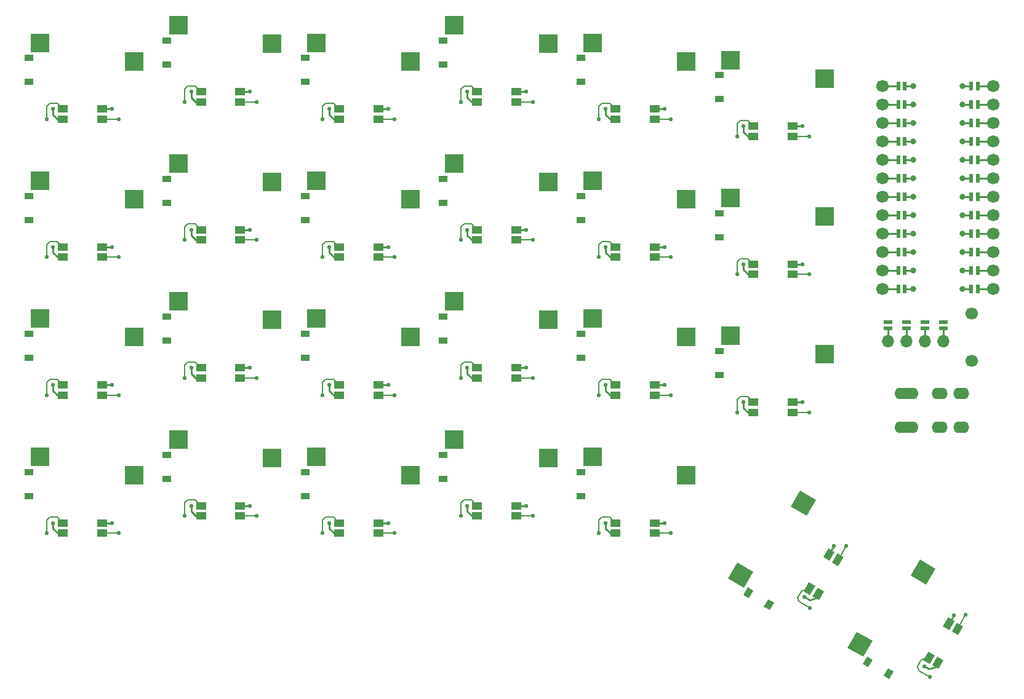
<source format=gtl>
G04 #@! TF.GenerationSoftware,KiCad,Pcbnew,8.0.8+1*
G04 #@! TF.CreationDate,2025-06-17T15:50:22+00:00*
G04 #@! TF.ProjectId,eggada50,65676761-6461-4353-902e-6b696361645f,0.2*
G04 #@! TF.SameCoordinates,Original*
G04 #@! TF.FileFunction,Copper,L1,Top*
G04 #@! TF.FilePolarity,Positive*
%FSLAX46Y46*%
G04 Gerber Fmt 4.6, Leading zero omitted, Abs format (unit mm)*
G04 Created by KiCad (PCBNEW 8.0.8+1) date 2025-06-17 15:50:22*
%MOMM*%
%LPD*%
G01*
G04 APERTURE LIST*
G04 #@! TA.AperFunction,SMDPad,CuDef*
%ADD10R,2.550000X2.500000*%
G04 #@! TD*
G04 #@! TA.AperFunction,SMDPad,CuDef*
%ADD11R,1.200000X0.900000*%
G04 #@! TD*
G04 #@! TA.AperFunction,ComponentPad*
%ADD12C,1.700000*%
G04 #@! TD*
G04 #@! TA.AperFunction,ComponentPad*
%ADD13C,0.800000*%
G04 #@! TD*
G04 #@! TA.AperFunction,SMDPad,CuDef*
%ADD14R,0.600000X1.200000*%
G04 #@! TD*
G04 #@! TA.AperFunction,SMDPad,CuDef*
%ADD15R,1.200000X0.600000*%
G04 #@! TD*
G04 #@! TA.AperFunction,ComponentPad*
%ADD16O,1.700000X1.700000*%
G04 #@! TD*
G04 #@! TA.AperFunction,ComponentPad*
%ADD17O,2.200000X1.600000*%
G04 #@! TD*
G04 #@! TA.AperFunction,ComponentPad*
%ADD18O,3.300000X1.600000*%
G04 #@! TD*
G04 #@! TA.AperFunction,SMDPad,CuDef*
%ADD19R,1.400000X1.000000*%
G04 #@! TD*
G04 #@! TA.AperFunction,ViaPad*
%ADD20C,0.560000*%
G04 #@! TD*
G04 #@! TA.AperFunction,Conductor*
%ADD21C,0.250000*%
G04 #@! TD*
G04 #@! TA.AperFunction,Conductor*
%ADD22C,0.150000*%
G04 #@! TD*
G04 APERTURE END LIST*
D10*
X107085000Y-97460000D03*
X94158000Y-94920000D03*
X107085000Y-78460000D03*
X94158000Y-75920000D03*
X107085000Y-59460000D03*
X94158000Y-56920000D03*
X107085000Y-40460000D03*
X94158000Y-37920000D03*
X126085000Y-95085000D03*
X113158000Y-92545000D03*
X126085000Y-76085000D03*
X113158000Y-73545000D03*
X126085000Y-57085000D03*
X113158000Y-54545000D03*
X126085000Y-38085000D03*
X113158000Y-35545000D03*
X145085000Y-97460000D03*
X132158000Y-94920000D03*
X145085000Y-78460000D03*
X132158000Y-75920000D03*
X145085000Y-59460000D03*
X132158000Y-56920000D03*
X145085000Y-40460000D03*
X132158000Y-37920000D03*
X164085000Y-95085000D03*
X151158000Y-92545000D03*
X164085000Y-76085000D03*
X151158000Y-73545000D03*
X164085000Y-57085000D03*
X151158000Y-54545000D03*
X164085000Y-38085000D03*
X151158000Y-35545000D03*
X183085000Y-97460000D03*
X170158000Y-94920000D03*
X183085000Y-78460000D03*
X170158000Y-75920000D03*
X183085000Y-59460000D03*
X170158000Y-56920000D03*
X183085000Y-40460000D03*
X170158000Y-37920000D03*
X202085000Y-80835000D03*
X189158000Y-78295000D03*
X202085000Y-61835000D03*
X189158000Y-59295000D03*
X202085000Y-42835000D03*
X189158000Y-40295000D03*
G04 #@! TA.AperFunction,SMDPad,CuDef*
G36*
X199637827Y-103063392D02*
G01*
X197472763Y-101813392D01*
X198747763Y-99605028D01*
X200912827Y-100855028D01*
X199637827Y-103063392D01*
G37*
G04 #@! TD.AperFunction*
G04 #@! TA.AperFunction,SMDPad,CuDef*
G36*
X190974623Y-112988502D02*
G01*
X188809559Y-111738502D01*
X190084559Y-109530138D01*
X192249623Y-110780138D01*
X190974623Y-112988502D01*
G37*
G04 #@! TD.AperFunction*
G04 #@! TA.AperFunction,SMDPad,CuDef*
G36*
X216092310Y-112563392D02*
G01*
X213927246Y-111313392D01*
X215202246Y-109105028D01*
X217367310Y-110355028D01*
X216092310Y-112563392D01*
G37*
G04 #@! TD.AperFunction*
G04 #@! TA.AperFunction,SMDPad,CuDef*
G36*
X207429106Y-122488502D02*
G01*
X205264042Y-121238502D01*
X206539042Y-119030138D01*
X208704106Y-120280138D01*
X207429106Y-122488502D01*
G37*
G04 #@! TD.AperFunction*
D11*
X92600000Y-100325000D03*
X92600000Y-97025000D03*
X92600000Y-81325000D03*
X92600000Y-78025000D03*
X92600000Y-62325000D03*
X92600000Y-59025000D03*
X92600000Y-43325000D03*
X92600000Y-40025000D03*
X111600000Y-97950000D03*
X111600000Y-94650000D03*
X111600000Y-78950000D03*
X111600000Y-75650000D03*
X111600000Y-59950000D03*
X111600000Y-56650000D03*
X111600000Y-40950000D03*
X111600000Y-37650000D03*
X130600000Y-100325000D03*
X130600000Y-97025000D03*
X130600000Y-81325000D03*
X130600000Y-78025000D03*
X130600000Y-62325000D03*
X130600000Y-59025000D03*
X130600000Y-43325000D03*
X130600000Y-40025000D03*
X149600000Y-97950000D03*
X149600000Y-94650000D03*
X149600000Y-78950000D03*
X149600000Y-75650000D03*
X149600000Y-59950000D03*
X149600000Y-56650000D03*
X149600000Y-40950000D03*
X149600000Y-37650000D03*
X168600000Y-100325000D03*
X168600000Y-97025000D03*
X168600000Y-81325000D03*
X168600000Y-78025000D03*
X168600000Y-62325000D03*
X168600000Y-59025000D03*
X168600000Y-43325000D03*
X168600000Y-40025000D03*
X187600000Y-83700000D03*
X187600000Y-80400000D03*
X187600000Y-64700000D03*
X187600000Y-61400000D03*
X187600000Y-45700000D03*
X187600000Y-42400000D03*
G04 #@! TA.AperFunction,SMDPad,CuDef*
G36*
X195121169Y-115016473D02*
G01*
X194521169Y-116055703D01*
X193741747Y-115605703D01*
X194341747Y-114566473D01*
X195121169Y-115016473D01*
G37*
G04 #@! TD.AperFunction*
G04 #@! TA.AperFunction,SMDPad,CuDef*
G36*
X192263285Y-113366473D02*
G01*
X191663285Y-114405703D01*
X190883863Y-113955703D01*
X191483863Y-112916473D01*
X192263285Y-113366473D01*
G37*
G04 #@! TD.AperFunction*
G04 #@! TA.AperFunction,SMDPad,CuDef*
G36*
X211575652Y-124516473D02*
G01*
X210975652Y-125555703D01*
X210196230Y-125105703D01*
X210796230Y-124066473D01*
X211575652Y-124516473D01*
G37*
G04 #@! TD.AperFunction*
G04 #@! TA.AperFunction,SMDPad,CuDef*
G36*
X208717768Y-122866473D02*
G01*
X208117768Y-123905703D01*
X207338346Y-123455703D01*
X207938346Y-122416473D01*
X208717768Y-122866473D01*
G37*
G04 #@! TD.AperFunction*
D12*
X210084000Y-43920000D03*
X225324000Y-43920000D03*
D13*
X214304000Y-43920000D03*
X221104000Y-43920000D03*
D14*
X212224000Y-43920000D03*
X213124000Y-43920000D03*
X222284000Y-43920000D03*
X223184000Y-43920000D03*
D12*
X210084000Y-46460000D03*
X225324000Y-46460000D03*
D13*
X214304000Y-46460000D03*
X221104000Y-46460000D03*
D14*
X212224000Y-46460000D03*
X213124000Y-46460000D03*
X222284000Y-46460000D03*
X223184000Y-46460000D03*
D12*
X210084000Y-49000000D03*
X225324000Y-49000000D03*
D13*
X214304000Y-49000000D03*
X221104000Y-49000000D03*
D14*
X212224000Y-49000000D03*
X213124000Y-49000000D03*
X222284000Y-49000000D03*
X223184000Y-49000000D03*
D12*
X210084000Y-51540000D03*
X225324000Y-51540000D03*
D13*
X214304000Y-51540000D03*
X221104000Y-51540000D03*
D14*
X212224000Y-51540000D03*
X213124000Y-51540000D03*
X222284000Y-51540000D03*
X223184000Y-51540000D03*
D12*
X210084000Y-54080000D03*
X225324000Y-54080000D03*
D13*
X214304000Y-54080000D03*
X221104000Y-54080000D03*
D14*
X212224000Y-54080000D03*
X213124000Y-54080000D03*
X222284000Y-54080000D03*
X223184000Y-54080000D03*
D12*
X210084000Y-56620000D03*
X225324000Y-56620000D03*
D13*
X214304000Y-56620000D03*
X221104000Y-56620000D03*
D14*
X212224000Y-56620000D03*
X213124000Y-56620000D03*
X222284000Y-56620000D03*
X223184000Y-56620000D03*
D12*
X210084000Y-59160000D03*
X225324000Y-59160000D03*
D13*
X214304000Y-59160000D03*
X221104000Y-59160000D03*
D14*
X212224000Y-59160000D03*
X213124000Y-59160000D03*
X222284000Y-59160000D03*
X223184000Y-59160000D03*
D12*
X210084000Y-61700000D03*
X225324000Y-61700000D03*
D13*
X214304000Y-61700000D03*
X221104000Y-61700000D03*
D14*
X212224000Y-61700000D03*
X213124000Y-61700000D03*
X222284000Y-61700000D03*
X223184000Y-61700000D03*
D12*
X210084000Y-64240000D03*
X225324000Y-64240000D03*
D13*
X214304000Y-64240000D03*
X221104000Y-64240000D03*
D14*
X212224000Y-64240000D03*
X213124000Y-64240000D03*
X222284000Y-64240000D03*
X223184000Y-64240000D03*
D12*
X210084000Y-66780000D03*
X225324000Y-66780000D03*
D13*
X214304000Y-66780000D03*
X221104000Y-66780000D03*
D14*
X212224000Y-66780000D03*
X213124000Y-66780000D03*
X222284000Y-66780000D03*
X223184000Y-66780000D03*
D12*
X210084000Y-69320000D03*
X225324000Y-69320000D03*
D13*
X214304000Y-69320000D03*
X221104000Y-69320000D03*
D14*
X212224000Y-69320000D03*
X213124000Y-69320000D03*
X222284000Y-69320000D03*
X223184000Y-69320000D03*
D12*
X210084000Y-71860000D03*
X225324000Y-71860000D03*
D13*
X214304000Y-71860000D03*
X221104000Y-71860000D03*
D14*
X212224000Y-71860000D03*
X213124000Y-71860000D03*
X222284000Y-71860000D03*
X223184000Y-71860000D03*
D15*
X210837000Y-76358000D03*
X213377000Y-76358000D03*
X215917000Y-76358000D03*
X218457000Y-76358000D03*
X210837000Y-77258000D03*
X213377000Y-77258000D03*
X215917000Y-77258000D03*
X218457000Y-77258000D03*
D16*
X210837000Y-79008000D03*
X213377000Y-79008000D03*
X215917000Y-79008000D03*
X218457000Y-79008000D03*
D12*
X222350000Y-81751000D03*
X222350000Y-75251000D03*
D17*
X220910000Y-86260000D03*
X217910000Y-86260000D03*
D18*
X213360000Y-86260000D03*
D17*
X220910000Y-90860000D03*
X217910000Y-90860000D03*
D18*
X213360000Y-90860000D03*
D19*
X102700000Y-105450000D03*
X102700000Y-104050000D03*
X97300000Y-105450000D03*
X97300000Y-104050000D03*
X102700000Y-86450000D03*
X102700000Y-85050000D03*
X97300000Y-86450000D03*
X97300000Y-85050000D03*
X102700000Y-67450000D03*
X102700000Y-66050000D03*
X97300000Y-67450000D03*
X97300000Y-66050000D03*
X102700000Y-48450000D03*
X102700000Y-47050000D03*
X97300000Y-48450000D03*
X97300000Y-47050000D03*
X121700000Y-103075000D03*
X121700000Y-101675000D03*
X116300000Y-103075000D03*
X116300000Y-101675000D03*
X121700000Y-84075000D03*
X121700000Y-82675000D03*
X116300000Y-84075000D03*
X116300000Y-82675000D03*
X121700000Y-65075000D03*
X121700000Y-63675000D03*
X116300000Y-65075000D03*
X116300000Y-63675000D03*
X121700000Y-46075000D03*
X121700000Y-44675000D03*
X116300000Y-46075000D03*
X116300000Y-44675000D03*
X140700000Y-105450000D03*
X140700000Y-104050000D03*
X135300000Y-105450000D03*
X135300000Y-104050000D03*
X140700000Y-86450000D03*
X140700000Y-85050000D03*
X135300000Y-86450000D03*
X135300000Y-85050000D03*
X140700000Y-67450000D03*
X140700000Y-66050000D03*
X135300000Y-67450000D03*
X135300000Y-66050000D03*
X140700000Y-48450000D03*
X140700000Y-47050000D03*
X135300000Y-48450000D03*
X135300000Y-47050000D03*
X159700000Y-103075000D03*
X159700000Y-101675000D03*
X154300000Y-103075000D03*
X154300000Y-101675000D03*
X159700000Y-84075000D03*
X159700000Y-82675000D03*
X154300000Y-84075000D03*
X154300000Y-82675000D03*
X159700000Y-65075000D03*
X159700000Y-63675000D03*
X154300000Y-65075000D03*
X154300000Y-63675000D03*
X159700000Y-46075000D03*
X159700000Y-44675000D03*
X154300000Y-46075000D03*
X154300000Y-44675000D03*
X178700000Y-105450000D03*
X178700000Y-104050000D03*
X173300000Y-105450000D03*
X173300000Y-104050000D03*
X178700000Y-86450000D03*
X178700000Y-85050000D03*
X173300000Y-86450000D03*
X173300000Y-85050000D03*
X178700000Y-67450000D03*
X178700000Y-66050000D03*
X173300000Y-67450000D03*
X173300000Y-66050000D03*
X178700000Y-48450000D03*
X178700000Y-47050000D03*
X173300000Y-48450000D03*
X173300000Y-47050000D03*
X197700000Y-88825000D03*
X197700000Y-87425000D03*
X192300000Y-88825000D03*
X192300000Y-87425000D03*
X197700000Y-69825000D03*
X197700000Y-68425000D03*
X192300000Y-69825000D03*
X192300000Y-68425000D03*
X197700000Y-50825000D03*
X197700000Y-49425000D03*
X192300000Y-50825000D03*
X192300000Y-49425000D03*
G04 #@! TA.AperFunction,SMDPad,CuDef*
G36*
X203836826Y-108270513D02*
G01*
X204702852Y-108770513D01*
X204002852Y-109982949D01*
X203136826Y-109482949D01*
X203836826Y-108270513D01*
G37*
G04 #@! TD.AperFunction*
G04 #@! TA.AperFunction,SMDPad,CuDef*
G36*
X202624390Y-107570513D02*
G01*
X203490416Y-108070513D01*
X202790416Y-109282949D01*
X201924390Y-108782949D01*
X202624390Y-107570513D01*
G37*
G04 #@! TD.AperFunction*
G04 #@! TA.AperFunction,SMDPad,CuDef*
G36*
X201136826Y-112947051D02*
G01*
X202002852Y-113447051D01*
X201302852Y-114659487D01*
X200436826Y-114159487D01*
X201136826Y-112947051D01*
G37*
G04 #@! TD.AperFunction*
G04 #@! TA.AperFunction,SMDPad,CuDef*
G36*
X199924390Y-112247051D02*
G01*
X200790416Y-112747051D01*
X200090416Y-113959487D01*
X199224390Y-113459487D01*
X199924390Y-112247051D01*
G37*
G04 #@! TD.AperFunction*
G04 #@! TA.AperFunction,SMDPad,CuDef*
G36*
X220291308Y-117770513D02*
G01*
X221157334Y-118270513D01*
X220457334Y-119482949D01*
X219591308Y-118982949D01*
X220291308Y-117770513D01*
G37*
G04 #@! TD.AperFunction*
G04 #@! TA.AperFunction,SMDPad,CuDef*
G36*
X219078872Y-117070513D02*
G01*
X219944898Y-117570513D01*
X219244898Y-118782949D01*
X218378872Y-118282949D01*
X219078872Y-117070513D01*
G37*
G04 #@! TD.AperFunction*
G04 #@! TA.AperFunction,SMDPad,CuDef*
G36*
X217591308Y-122447051D02*
G01*
X218457334Y-122947051D01*
X217757334Y-124159487D01*
X216891308Y-123659487D01*
X217591308Y-122447051D01*
G37*
G04 #@! TD.AperFunction*
G04 #@! TA.AperFunction,SMDPad,CuDef*
G36*
X216378872Y-121747051D02*
G01*
X217244898Y-122247051D01*
X216544898Y-123459487D01*
X215678872Y-122959487D01*
X216378872Y-121747051D01*
G37*
G04 #@! TD.AperFunction*
D20*
X95940000Y-104050000D03*
X95050000Y-105450000D03*
X104060000Y-104050000D03*
X104950000Y-105450000D03*
X95940000Y-85050000D03*
X95050000Y-86450000D03*
X104060000Y-85050000D03*
X104950000Y-86450000D03*
X95940000Y-66050000D03*
X95050000Y-67450000D03*
X104060000Y-66050000D03*
X104950000Y-67450000D03*
X95940000Y-47050000D03*
X95050000Y-48450000D03*
X104060000Y-47050000D03*
X104950000Y-48450000D03*
X114940000Y-101675000D03*
X114050000Y-103075000D03*
X123060000Y-101675000D03*
X123950000Y-103075000D03*
X114940000Y-82675000D03*
X114050000Y-84075000D03*
X123060000Y-82675000D03*
X123950000Y-84075000D03*
X114940000Y-63675000D03*
X114050000Y-65075000D03*
X123060000Y-63675000D03*
X123950000Y-65075000D03*
X114940000Y-44675000D03*
X114050000Y-46075000D03*
X123060000Y-44675000D03*
X123950000Y-46075000D03*
X133940000Y-104050000D03*
X133050000Y-105450000D03*
X142060000Y-104050000D03*
X142950000Y-105450000D03*
X133940000Y-85050000D03*
X133050000Y-86450000D03*
X142060000Y-85050000D03*
X142950000Y-86450000D03*
X133940000Y-66050000D03*
X133050000Y-67450000D03*
X142060000Y-66050000D03*
X142950000Y-67450000D03*
X133940000Y-47050000D03*
X133050000Y-48450000D03*
X142060000Y-47050000D03*
X142950000Y-48450000D03*
X152940000Y-101675000D03*
X152050000Y-103075000D03*
X161060000Y-101675000D03*
X161950000Y-103075000D03*
X152940000Y-82675000D03*
X152050000Y-84075000D03*
X161060000Y-82675000D03*
X161950000Y-84075000D03*
X152940000Y-63675000D03*
X152050000Y-65075000D03*
X161060000Y-63675000D03*
X161950000Y-65075000D03*
X152940000Y-44675000D03*
X152050000Y-46075000D03*
X161060000Y-44675000D03*
X161950000Y-46075000D03*
X171940000Y-104050000D03*
X171050000Y-105450000D03*
X180060000Y-104050000D03*
X180950000Y-105450000D03*
X171940000Y-85050000D03*
X171050000Y-86450000D03*
X180060000Y-85050000D03*
X180950000Y-86450000D03*
X171940000Y-66050000D03*
X171050000Y-67450000D03*
X180060000Y-66050000D03*
X180950000Y-67450000D03*
X171940000Y-47050000D03*
X171050000Y-48450000D03*
X180060000Y-47050000D03*
X180950000Y-48450000D03*
X190940000Y-87425000D03*
X190050000Y-88825000D03*
X199060000Y-87425000D03*
X199950000Y-88825000D03*
X190940000Y-68425000D03*
X190050000Y-69825000D03*
X199060000Y-68425000D03*
X199950000Y-69825000D03*
X190940000Y-49425000D03*
X190050000Y-50825000D03*
X199060000Y-49425000D03*
X199950000Y-50825000D03*
X199327403Y-114281063D03*
X200094839Y-115751826D03*
X203387403Y-107248937D03*
X205044839Y-107178174D03*
X215781886Y-123781063D03*
X216549321Y-125251826D03*
X219841886Y-116748937D03*
X221499321Y-116678174D03*
D21*
X222284000Y-43920000D02*
X221104000Y-43920000D01*
X213124000Y-43920000D02*
X214304000Y-43920000D01*
X210084000Y-43920000D02*
X212204000Y-43920000D01*
X223204000Y-43920000D02*
X225324000Y-43920000D01*
X222284000Y-46460000D02*
X221104000Y-46460000D01*
X213124000Y-46460000D02*
X214304000Y-46460000D01*
X210084000Y-46460000D02*
X212204000Y-46460000D01*
X223204000Y-46460000D02*
X225324000Y-46460000D01*
X222284000Y-49000000D02*
X221104000Y-49000000D01*
X213124000Y-49000000D02*
X214304000Y-49000000D01*
X210084000Y-49000000D02*
X212204000Y-49000000D01*
X223204000Y-49000000D02*
X225324000Y-49000000D01*
X222284000Y-51540000D02*
X221104000Y-51540000D01*
X213124000Y-51540000D02*
X214304000Y-51540000D01*
X210084000Y-51540000D02*
X212204000Y-51540000D01*
X223204000Y-51540000D02*
X225324000Y-51540000D01*
X222284000Y-54080000D02*
X221104000Y-54080000D01*
X213124000Y-54080000D02*
X214304000Y-54080000D01*
X210084000Y-54080000D02*
X212204000Y-54080000D01*
X223204000Y-54080000D02*
X225324000Y-54080000D01*
X222284000Y-56620000D02*
X221104000Y-56620000D01*
X213124000Y-56620000D02*
X214304000Y-56620000D01*
X210084000Y-56620000D02*
X212204000Y-56620000D01*
X223204000Y-56620000D02*
X225324000Y-56620000D01*
X222284000Y-59160000D02*
X221104000Y-59160000D01*
X213124000Y-59160000D02*
X214304000Y-59160000D01*
X210084000Y-59160000D02*
X212204000Y-59160000D01*
X223204000Y-59160000D02*
X225324000Y-59160000D01*
X222284000Y-61700000D02*
X221104000Y-61700000D01*
X213124000Y-61700000D02*
X214304000Y-61700000D01*
X210084000Y-61700000D02*
X212204000Y-61700000D01*
X223204000Y-61700000D02*
X225324000Y-61700000D01*
X222284000Y-64240000D02*
X221104000Y-64240000D01*
X213124000Y-64240000D02*
X214304000Y-64240000D01*
X210084000Y-64240000D02*
X212204000Y-64240000D01*
X223204000Y-64240000D02*
X225324000Y-64240000D01*
X222284000Y-66780000D02*
X221104000Y-66780000D01*
X213124000Y-66780000D02*
X214304000Y-66780000D01*
X210084000Y-66780000D02*
X212204000Y-66780000D01*
X223204000Y-66780000D02*
X225324000Y-66780000D01*
X222284000Y-69320000D02*
X221104000Y-69320000D01*
X213124000Y-69320000D02*
X214304000Y-69320000D01*
X210084000Y-69320000D02*
X212204000Y-69320000D01*
X223204000Y-69320000D02*
X225324000Y-69320000D01*
X222284000Y-71860000D02*
X221104000Y-71860000D01*
X213124000Y-71860000D02*
X214304000Y-71860000D01*
X210084000Y-71860000D02*
X212204000Y-71860000D01*
X223204000Y-71860000D02*
X225324000Y-71860000D01*
X210837000Y-79008000D02*
X210837000Y-77258000D01*
X213377000Y-79008000D02*
X213377000Y-77258000D01*
X215917000Y-79008000D02*
X215917000Y-77258000D01*
X218457000Y-79008000D02*
X218457000Y-77258000D01*
X96600000Y-105450000D02*
X95940000Y-104855916D01*
X95940000Y-104855916D02*
X95940000Y-104050000D01*
X97300000Y-105450000D02*
X96600000Y-105450000D01*
D22*
X97300000Y-104050000D02*
X96519000Y-103265000D01*
X96519000Y-103265000D02*
X95471000Y-103265000D01*
X95050000Y-103690000D02*
X95050000Y-105450000D01*
X95471000Y-103265000D02*
X95050000Y-103690000D01*
D21*
X102700000Y-104050000D02*
X104060000Y-104050000D01*
D22*
X104950000Y-105450000D02*
X102700000Y-105450000D01*
D21*
X96600000Y-86450000D02*
X95940000Y-85855916D01*
X95940000Y-85855916D02*
X95940000Y-85050000D01*
X97300000Y-86450000D02*
X96600000Y-86450000D01*
D22*
X97300000Y-85050000D02*
X96519000Y-84265000D01*
X96519000Y-84265000D02*
X95471000Y-84265000D01*
X95050000Y-84690000D02*
X95050000Y-86450000D01*
X95471000Y-84265000D02*
X95050000Y-84690000D01*
D21*
X102700000Y-85050000D02*
X104060000Y-85050000D01*
D22*
X104950000Y-86450000D02*
X102700000Y-86450000D01*
D21*
X96600000Y-67450000D02*
X95940000Y-66855916D01*
X95940000Y-66855916D02*
X95940000Y-66050000D01*
X97300000Y-67450000D02*
X96600000Y-67450000D01*
D22*
X97300000Y-66050000D02*
X96519000Y-65265000D01*
X96519000Y-65265000D02*
X95471000Y-65265000D01*
X95050000Y-65690000D02*
X95050000Y-67450000D01*
X95471000Y-65265000D02*
X95050000Y-65690000D01*
D21*
X102700000Y-66050000D02*
X104060000Y-66050000D01*
D22*
X104950000Y-67450000D02*
X102700000Y-67450000D01*
D21*
X96600000Y-48450000D02*
X95940000Y-47855916D01*
X95940000Y-47855916D02*
X95940000Y-47050000D01*
X97300000Y-48450000D02*
X96600000Y-48450000D01*
D22*
X97300000Y-47050000D02*
X96519000Y-46265000D01*
X96519000Y-46265000D02*
X95471000Y-46265000D01*
X95050000Y-46690000D02*
X95050000Y-48450000D01*
X95471000Y-46265000D02*
X95050000Y-46690000D01*
D21*
X102700000Y-47050000D02*
X104060000Y-47050000D01*
D22*
X104950000Y-48450000D02*
X102700000Y-48450000D01*
D21*
X115600000Y-103075000D02*
X114940000Y-102480916D01*
X114940000Y-102480916D02*
X114940000Y-101675000D01*
X116300000Y-103075000D02*
X115600000Y-103075000D01*
D22*
X116300000Y-101675000D02*
X115519000Y-100890000D01*
X115519000Y-100890000D02*
X114471000Y-100890000D01*
X114050000Y-101315000D02*
X114050000Y-103075000D01*
X114471000Y-100890000D02*
X114050000Y-101315000D01*
D21*
X121700000Y-101675000D02*
X123060000Y-101675000D01*
D22*
X123950000Y-103075000D02*
X121700000Y-103075000D01*
D21*
X115600000Y-84075000D02*
X114940000Y-83480916D01*
X114940000Y-83480916D02*
X114940000Y-82675000D01*
X116300000Y-84075000D02*
X115600000Y-84075000D01*
D22*
X116300000Y-82675000D02*
X115519000Y-81890000D01*
X115519000Y-81890000D02*
X114471000Y-81890000D01*
X114050000Y-82315000D02*
X114050000Y-84075000D01*
X114471000Y-81890000D02*
X114050000Y-82315000D01*
D21*
X121700000Y-82675000D02*
X123060000Y-82675000D01*
D22*
X123950000Y-84075000D02*
X121700000Y-84075000D01*
D21*
X115600000Y-65075000D02*
X114940000Y-64480916D01*
X114940000Y-64480916D02*
X114940000Y-63675000D01*
X116300000Y-65075000D02*
X115600000Y-65075000D01*
D22*
X116300000Y-63675000D02*
X115519000Y-62890000D01*
X115519000Y-62890000D02*
X114471000Y-62890000D01*
X114050000Y-63315000D02*
X114050000Y-65075000D01*
X114471000Y-62890000D02*
X114050000Y-63315000D01*
D21*
X121700000Y-63675000D02*
X123060000Y-63675000D01*
D22*
X123950000Y-65075000D02*
X121700000Y-65075000D01*
D21*
X115600000Y-46075000D02*
X114940000Y-45480916D01*
X114940000Y-45480916D02*
X114940000Y-44675000D01*
X116300000Y-46075000D02*
X115600000Y-46075000D01*
D22*
X116300000Y-44675000D02*
X115519000Y-43890000D01*
X115519000Y-43890000D02*
X114471000Y-43890000D01*
X114050000Y-44315000D02*
X114050000Y-46075000D01*
X114471000Y-43890000D02*
X114050000Y-44315000D01*
D21*
X121700000Y-44675000D02*
X123060000Y-44675000D01*
D22*
X123950000Y-46075000D02*
X121700000Y-46075000D01*
D21*
X134600000Y-105450000D02*
X133940000Y-104855916D01*
X133940000Y-104855916D02*
X133940000Y-104050000D01*
X135300000Y-105450000D02*
X134600000Y-105450000D01*
D22*
X135300000Y-104050000D02*
X134519000Y-103265000D01*
X134519000Y-103265000D02*
X133471000Y-103265000D01*
X133050000Y-103690000D02*
X133050000Y-105450000D01*
X133471000Y-103265000D02*
X133050000Y-103690000D01*
D21*
X140700000Y-104050000D02*
X142060000Y-104050000D01*
D22*
X142950000Y-105450000D02*
X140700000Y-105450000D01*
D21*
X134600000Y-86450000D02*
X133940000Y-85855916D01*
X133940000Y-85855916D02*
X133940000Y-85050000D01*
X135300000Y-86450000D02*
X134600000Y-86450000D01*
D22*
X135300000Y-85050000D02*
X134519000Y-84265000D01*
X134519000Y-84265000D02*
X133471000Y-84265000D01*
X133050000Y-84690000D02*
X133050000Y-86450000D01*
X133471000Y-84265000D02*
X133050000Y-84690000D01*
D21*
X140700000Y-85050000D02*
X142060000Y-85050000D01*
D22*
X142950000Y-86450000D02*
X140700000Y-86450000D01*
D21*
X134600000Y-67450000D02*
X133940000Y-66855916D01*
X133940000Y-66855916D02*
X133940000Y-66050000D01*
X135300000Y-67450000D02*
X134600000Y-67450000D01*
D22*
X135300000Y-66050000D02*
X134519000Y-65265000D01*
X134519000Y-65265000D02*
X133471000Y-65265000D01*
X133050000Y-65690000D02*
X133050000Y-67450000D01*
X133471000Y-65265000D02*
X133050000Y-65690000D01*
D21*
X140700000Y-66050000D02*
X142060000Y-66050000D01*
D22*
X142950000Y-67450000D02*
X140700000Y-67450000D01*
D21*
X134600000Y-48450000D02*
X133940000Y-47855916D01*
X133940000Y-47855916D02*
X133940000Y-47050000D01*
X135300000Y-48450000D02*
X134600000Y-48450000D01*
D22*
X135300000Y-47050000D02*
X134519000Y-46265000D01*
X134519000Y-46265000D02*
X133471000Y-46265000D01*
X133050000Y-46690000D02*
X133050000Y-48450000D01*
X133471000Y-46265000D02*
X133050000Y-46690000D01*
D21*
X140700000Y-47050000D02*
X142060000Y-47050000D01*
D22*
X142950000Y-48450000D02*
X140700000Y-48450000D01*
D21*
X153600000Y-103075000D02*
X152940000Y-102480916D01*
X152940000Y-102480916D02*
X152940000Y-101675000D01*
X154300000Y-103075000D02*
X153600000Y-103075000D01*
D22*
X154300000Y-101675000D02*
X153519000Y-100890000D01*
X153519000Y-100890000D02*
X152471000Y-100890000D01*
X152050000Y-101315000D02*
X152050000Y-103075000D01*
X152471000Y-100890000D02*
X152050000Y-101315000D01*
D21*
X159700000Y-101675000D02*
X161060000Y-101675000D01*
D22*
X161950000Y-103075000D02*
X159700000Y-103075000D01*
D21*
X153600000Y-84075000D02*
X152940000Y-83480916D01*
X152940000Y-83480916D02*
X152940000Y-82675000D01*
X154300000Y-84075000D02*
X153600000Y-84075000D01*
D22*
X154300000Y-82675000D02*
X153519000Y-81890000D01*
X153519000Y-81890000D02*
X152471000Y-81890000D01*
X152050000Y-82315000D02*
X152050000Y-84075000D01*
X152471000Y-81890000D02*
X152050000Y-82315000D01*
D21*
X159700000Y-82675000D02*
X161060000Y-82675000D01*
D22*
X161950000Y-84075000D02*
X159700000Y-84075000D01*
D21*
X153600000Y-65075000D02*
X152940000Y-64480916D01*
X152940000Y-64480916D02*
X152940000Y-63675000D01*
X154300000Y-65075000D02*
X153600000Y-65075000D01*
D22*
X154300000Y-63675000D02*
X153519000Y-62890000D01*
X153519000Y-62890000D02*
X152471000Y-62890000D01*
X152050000Y-63315000D02*
X152050000Y-65075000D01*
X152471000Y-62890000D02*
X152050000Y-63315000D01*
D21*
X159700000Y-63675000D02*
X161060000Y-63675000D01*
D22*
X161950000Y-65075000D02*
X159700000Y-65075000D01*
D21*
X153600000Y-46075000D02*
X152940000Y-45480916D01*
X152940000Y-45480916D02*
X152940000Y-44675000D01*
X154300000Y-46075000D02*
X153600000Y-46075000D01*
D22*
X154300000Y-44675000D02*
X153519000Y-43890000D01*
X153519000Y-43890000D02*
X152471000Y-43890000D01*
X152050000Y-44315000D02*
X152050000Y-46075000D01*
X152471000Y-43890000D02*
X152050000Y-44315000D01*
D21*
X159700000Y-44675000D02*
X161060000Y-44675000D01*
D22*
X161950000Y-46075000D02*
X159700000Y-46075000D01*
D21*
X172600000Y-105450000D02*
X171940000Y-104855916D01*
X171940000Y-104855916D02*
X171940000Y-104050000D01*
X173300000Y-105450000D02*
X172600000Y-105450000D01*
D22*
X173300000Y-104050000D02*
X172519000Y-103265000D01*
X172519000Y-103265000D02*
X171471000Y-103265000D01*
X171050000Y-103690000D02*
X171050000Y-105450000D01*
X171471000Y-103265000D02*
X171050000Y-103690000D01*
D21*
X178700000Y-104050000D02*
X180060000Y-104050000D01*
D22*
X180950000Y-105450000D02*
X178700000Y-105450000D01*
D21*
X172600000Y-86450000D02*
X171940000Y-85855916D01*
X171940000Y-85855916D02*
X171940000Y-85050000D01*
X173300000Y-86450000D02*
X172600000Y-86450000D01*
D22*
X173300000Y-85050000D02*
X172519000Y-84265000D01*
X172519000Y-84265000D02*
X171471000Y-84265000D01*
X171050000Y-84690000D02*
X171050000Y-86450000D01*
X171471000Y-84265000D02*
X171050000Y-84690000D01*
D21*
X178700000Y-85050000D02*
X180060000Y-85050000D01*
D22*
X180950000Y-86450000D02*
X178700000Y-86450000D01*
D21*
X172600000Y-67450000D02*
X171940000Y-66855916D01*
X171940000Y-66855916D02*
X171940000Y-66050000D01*
X173300000Y-67450000D02*
X172600000Y-67450000D01*
D22*
X173300000Y-66050000D02*
X172519000Y-65265000D01*
X172519000Y-65265000D02*
X171471000Y-65265000D01*
X171050000Y-65690000D02*
X171050000Y-67450000D01*
X171471000Y-65265000D02*
X171050000Y-65690000D01*
D21*
X178700000Y-66050000D02*
X180060000Y-66050000D01*
D22*
X180950000Y-67450000D02*
X178700000Y-67450000D01*
D21*
X172600000Y-48450000D02*
X171940000Y-47855916D01*
X171940000Y-47855916D02*
X171940000Y-47050000D01*
X173300000Y-48450000D02*
X172600000Y-48450000D01*
D22*
X173300000Y-47050000D02*
X172519000Y-46265000D01*
X172519000Y-46265000D02*
X171471000Y-46265000D01*
X171050000Y-46690000D02*
X171050000Y-48450000D01*
X171471000Y-46265000D02*
X171050000Y-46690000D01*
D21*
X178700000Y-47050000D02*
X180060000Y-47050000D01*
D22*
X180950000Y-48450000D02*
X178700000Y-48450000D01*
D21*
X191600000Y-88825000D02*
X190940000Y-88230916D01*
X190940000Y-88230916D02*
X190940000Y-87425000D01*
X192300000Y-88825000D02*
X191600000Y-88825000D01*
D22*
X192300000Y-87425000D02*
X191519000Y-86640000D01*
X191519000Y-86640000D02*
X190471000Y-86640000D01*
X190050000Y-87065000D02*
X190050000Y-88825000D01*
X190471000Y-86640000D02*
X190050000Y-87065000D01*
D21*
X197700000Y-87425000D02*
X199060000Y-87425000D01*
D22*
X199950000Y-88825000D02*
X197700000Y-88825000D01*
D21*
X191600000Y-69825000D02*
X190940000Y-69230916D01*
X190940000Y-69230916D02*
X190940000Y-68425000D01*
X192300000Y-69825000D02*
X191600000Y-69825000D01*
D22*
X192300000Y-68425000D02*
X191519000Y-67640000D01*
X191519000Y-67640000D02*
X190471000Y-67640000D01*
X190050000Y-68065000D02*
X190050000Y-69825000D01*
X190471000Y-67640000D02*
X190050000Y-68065000D01*
D21*
X197700000Y-68425000D02*
X199060000Y-68425000D01*
D22*
X199950000Y-69825000D02*
X197700000Y-69825000D01*
D21*
X191600000Y-50825000D02*
X190940000Y-50230916D01*
X190940000Y-50230916D02*
X190940000Y-49425000D01*
X192300000Y-50825000D02*
X191600000Y-50825000D01*
D22*
X192300000Y-49425000D02*
X191519000Y-48640000D01*
X191519000Y-48640000D02*
X190471000Y-48640000D01*
X190050000Y-49065000D02*
X190050000Y-50825000D01*
X190471000Y-48640000D02*
X190050000Y-49065000D01*
D21*
X197700000Y-49425000D02*
X199060000Y-49425000D01*
D22*
X199950000Y-50825000D02*
X197700000Y-50825000D01*
D21*
X200869839Y-114409486D02*
X200025347Y-114684021D01*
X200025347Y-114684021D02*
X199327403Y-114281063D01*
X201219839Y-113803269D02*
X200869839Y-114409486D01*
D22*
X200007403Y-113103269D02*
X198937073Y-113387134D01*
X198937073Y-113387134D02*
X198413073Y-114294729D01*
X198570634Y-114871826D02*
X200094839Y-115751826D01*
X198413073Y-114294729D02*
X198570634Y-114871826D01*
D21*
X202707403Y-108426731D02*
X203387403Y-107248937D01*
D22*
X205044839Y-107178174D02*
X203919839Y-109126731D01*
D21*
X217324321Y-123909486D02*
X216479829Y-124184021D01*
X216479829Y-124184021D02*
X215781886Y-123781063D01*
X217674321Y-123303269D02*
X217324321Y-123909486D01*
D22*
X216461886Y-122603269D02*
X215391556Y-122887134D01*
X215391556Y-122887134D02*
X214867556Y-123794729D01*
X215025117Y-124371826D02*
X216549321Y-125251826D01*
X214867556Y-123794729D02*
X215025117Y-124371826D01*
D21*
X219161886Y-117926731D02*
X219841886Y-116748937D01*
D22*
X221499321Y-116678174D02*
X220374321Y-118626731D01*
M02*

</source>
